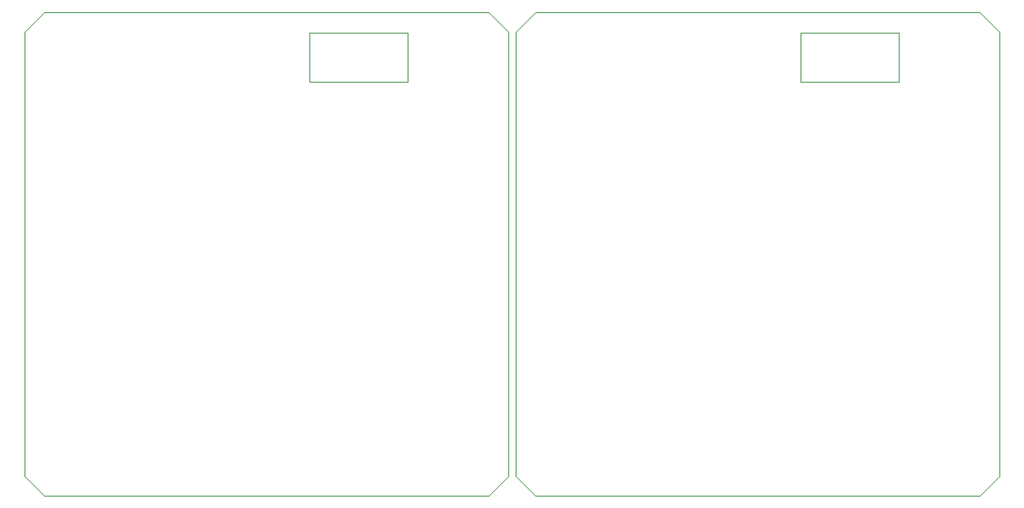
<source format=gbo>
%TF.GenerationSoftware,KiCad,Pcbnew,8.0.7*%
%TF.CreationDate,2025-04-14T19:46:08-06:00*%
%TF.ProjectId,shield_r0.2,73686965-6c64-45f7-9230-2e322e6b6963,rev?*%
%TF.SameCoordinates,Original*%
%TF.FileFunction,Legend,Bot*%
%TF.FilePolarity,Positive*%
%FSLAX46Y46*%
G04 Gerber Fmt 4.6, Leading zero omitted, Abs format (unit mm)*
G04 Created by KiCad (PCBNEW 8.0.7) date 2025-04-14 19:46:08*
%MOMM*%
%LPD*%
G01*
G04 APERTURE LIST*
%ADD10C,0.100000*%
G04 APERTURE END LIST*
%TO.C,IBT1*%
D10*
X80010000Y-74930000D02*
X90170000Y-74930000D01*
X90170000Y-69850000D01*
X80010000Y-69850000D01*
X80010000Y-74930000D01*
X100565000Y-69710000D02*
X100565000Y-115710000D01*
X98565000Y-117710000D01*
X52565000Y-117710000D01*
X50565000Y-115710000D01*
X50565000Y-69710000D01*
X52565000Y-67710000D01*
X98565000Y-67710000D01*
X100565000Y-69710000D01*
%TO.C,IBT2*%
X29210000Y-74930000D02*
X39370000Y-74930000D01*
X39370000Y-69850000D01*
X29210000Y-69850000D01*
X29210000Y-74930000D01*
X49765000Y-69710000D02*
X49765000Y-115710000D01*
X47765000Y-117710000D01*
X1765000Y-117710000D01*
X-235000Y-115710000D01*
X-235000Y-69710000D01*
X1765000Y-67710000D01*
X47765000Y-67710000D01*
X49765000Y-69710000D01*
%TD*%
M02*

</source>
